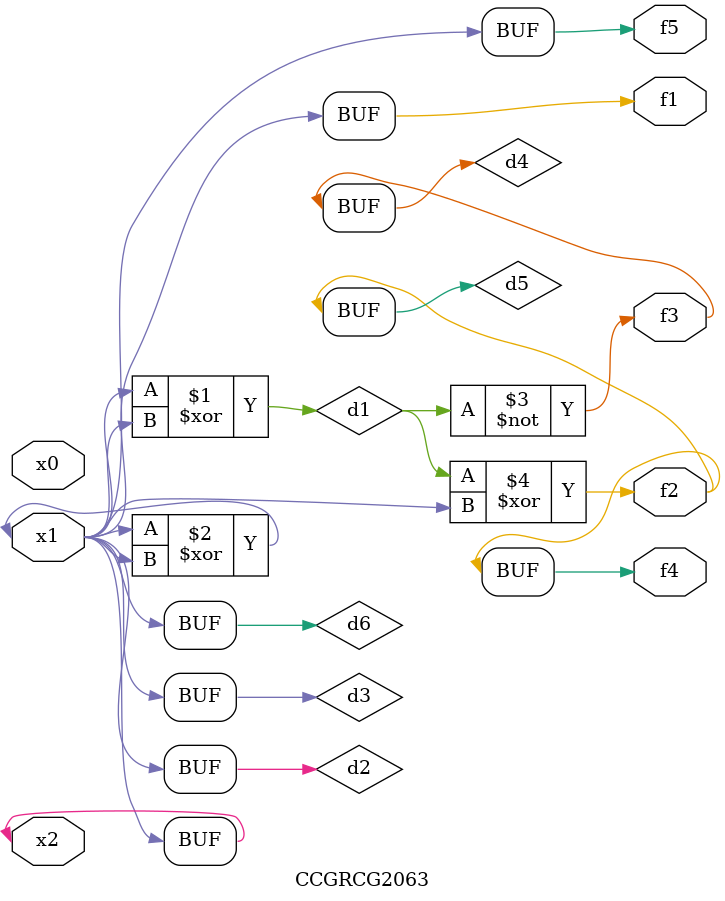
<source format=v>
module CCGRCG2063(
	input x0, x1, x2,
	output f1, f2, f3, f4, f5
);

	wire d1, d2, d3, d4, d5, d6;

	xor (d1, x1, x2);
	buf (d2, x1, x2);
	xor (d3, x1, x2);
	nor (d4, d1);
	xor (d5, d1, d2);
	buf (d6, d2, d3);
	assign f1 = d6;
	assign f2 = d5;
	assign f3 = d4;
	assign f4 = d5;
	assign f5 = d6;
endmodule

</source>
